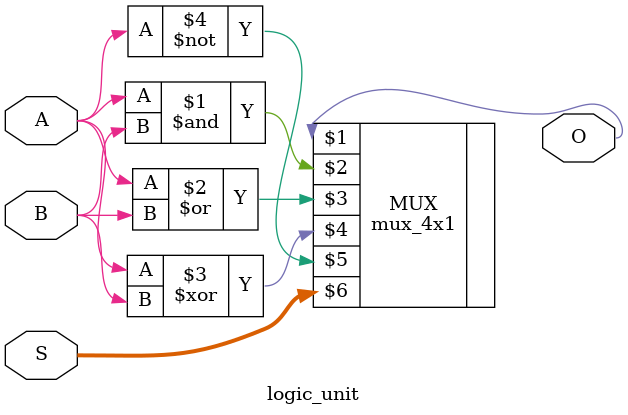
<source format=v>
`include "./basics.v"

module arthmetic_unit(
	output [3: 0] R,
	output C_out,
	input [3: 0] A, B,
	input [1: 0] S,
	input C_in
);
	wire [3: 0] D;
	wire C1, C2, C3;

	mux_4x1 M1 (D[0], B[0], !B[0], 1'b0, 1'b1, S);
	mux_4x1 M2 (D[1], B[1], !B[1], 1'b0, 1'b1, S);
	mux_4x1 M3 (D[2], B[2], !B[2], 1'b0, 1'b1, S);
	mux_4x1 M4 (D[3], B[3], !B[3], 1'b0, 1'b1, S);

	full_adder FA1 (R[0], C1,    A[0], D[0], C_in);
	full_adder FA2 (R[1], C2,    A[1], D[1], C1);
	full_adder FA3 (R[2], C3,    A[2], D[2], C2);
	full_adder FA4 (R[3], C_out, A[3], D[3], C3);

endmodule

module logic_unit(
	output O,
	input A, B,
	input [1: 0] S
);

	mux_4x1 MUX (O, A & B, A | B, A ^ B, ~A, S);

endmodule


</source>
